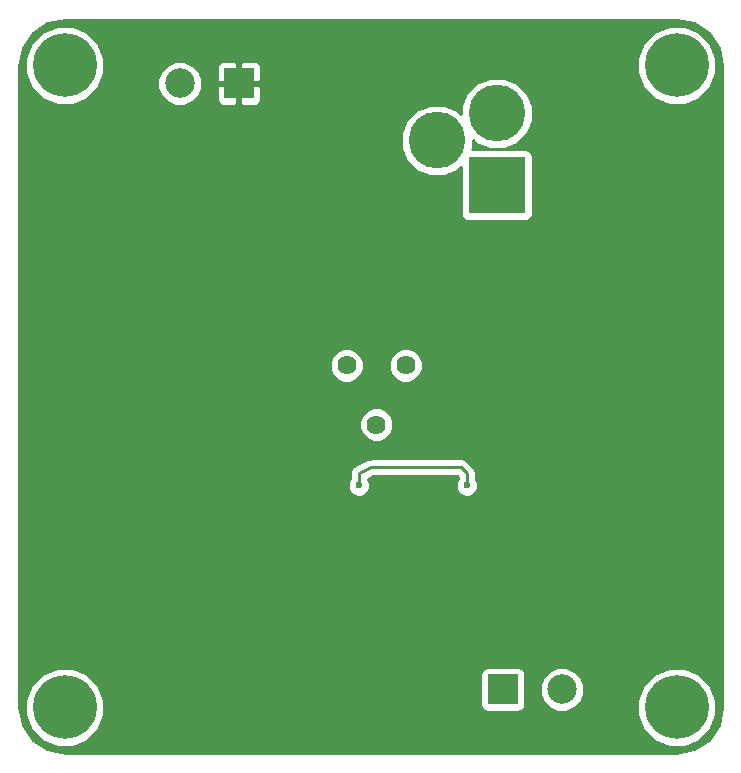
<source format=gbr>
G04 #@! TF.FileFunction,Copper,L2,Bot,Signal*
%FSLAX46Y46*%
G04 Gerber Fmt 4.6, Leading zero omitted, Abs format (unit mm)*
G04 Created by KiCad (PCBNEW 4.0.6) date 03/04/18 21:13:50*
%MOMM*%
%LPD*%
G01*
G04 APERTURE LIST*
%ADD10C,0.100000*%
%ADD11C,4.800000*%
%ADD12R,4.800000X4.800000*%
%ADD13C,5.400000*%
%ADD14R,2.500000X2.500000*%
%ADD15C,2.500000*%
%ADD16C,1.620000*%
%ADD17C,0.600000*%
%ADD18C,0.250000*%
%ADD19C,0.254000*%
G04 APERTURE END LIST*
D10*
D11*
X170688000Y-74672000D03*
D12*
X170688000Y-80772000D03*
D11*
X165608000Y-76962000D03*
D13*
X134112000Y-70612000D03*
X134112000Y-124968000D03*
X185928000Y-124968000D03*
D14*
X148844000Y-72136000D03*
D15*
X143844000Y-72136000D03*
D14*
X171196000Y-123444000D03*
D15*
X176196000Y-123444000D03*
D13*
X185928000Y-70612000D03*
D16*
X162988000Y-96012000D03*
X160488000Y-101012000D03*
X157988000Y-96012000D03*
D17*
X168148000Y-106172000D03*
X159004000Y-106172000D03*
D18*
X159004000Y-106172000D02*
X159004000Y-105156000D01*
X159004000Y-105156000D02*
X160020000Y-104648000D01*
X160020000Y-104648000D02*
X167640000Y-104648000D01*
X167640000Y-104648000D02*
X168148000Y-105156000D01*
X168148000Y-105156000D02*
X168148000Y-106172000D01*
D19*
G36*
X187400600Y-67056828D02*
X188649011Y-67890989D01*
X189483171Y-69139400D01*
X189790000Y-70681931D01*
X189790000Y-124898069D01*
X189483171Y-126440600D01*
X188649011Y-127689011D01*
X187400600Y-128523172D01*
X185858069Y-128830000D01*
X134181931Y-128830000D01*
X132639400Y-128523171D01*
X131390989Y-127689011D01*
X130556828Y-126440600D01*
X130395284Y-125628462D01*
X130776422Y-125628462D01*
X131283076Y-126854658D01*
X132220407Y-127793627D01*
X133445717Y-128302420D01*
X134772462Y-128303578D01*
X135998658Y-127796924D01*
X136937627Y-126859593D01*
X137446420Y-125634283D01*
X137446425Y-125628462D01*
X182592422Y-125628462D01*
X183099076Y-126854658D01*
X184036407Y-127793627D01*
X185261717Y-128302420D01*
X186588462Y-128303578D01*
X187814658Y-127796924D01*
X188753627Y-126859593D01*
X189262420Y-125634283D01*
X189263578Y-124307538D01*
X188756924Y-123081342D01*
X187819593Y-122142373D01*
X186594283Y-121633580D01*
X185267538Y-121632422D01*
X184041342Y-122139076D01*
X183102373Y-123076407D01*
X182593580Y-124301717D01*
X182592422Y-125628462D01*
X137446425Y-125628462D01*
X137447578Y-124307538D01*
X136940924Y-123081342D01*
X136055130Y-122194000D01*
X169298560Y-122194000D01*
X169298560Y-124694000D01*
X169342838Y-124929317D01*
X169481910Y-125145441D01*
X169694110Y-125290431D01*
X169946000Y-125341440D01*
X172446000Y-125341440D01*
X172681317Y-125297162D01*
X172897441Y-125158090D01*
X173042431Y-124945890D01*
X173093440Y-124694000D01*
X173093440Y-123817305D01*
X174310674Y-123817305D01*
X174597043Y-124510372D01*
X175126839Y-125041093D01*
X175819405Y-125328672D01*
X176569305Y-125329326D01*
X177262372Y-125042957D01*
X177793093Y-124513161D01*
X178080672Y-123820595D01*
X178081326Y-123070695D01*
X177794957Y-122377628D01*
X177265161Y-121846907D01*
X176572595Y-121559328D01*
X175822695Y-121558674D01*
X175129628Y-121845043D01*
X174598907Y-122374839D01*
X174311328Y-123067405D01*
X174310674Y-123817305D01*
X173093440Y-123817305D01*
X173093440Y-122194000D01*
X173049162Y-121958683D01*
X172910090Y-121742559D01*
X172697890Y-121597569D01*
X172446000Y-121546560D01*
X169946000Y-121546560D01*
X169710683Y-121590838D01*
X169494559Y-121729910D01*
X169349569Y-121942110D01*
X169298560Y-122194000D01*
X136055130Y-122194000D01*
X136003593Y-122142373D01*
X134778283Y-121633580D01*
X133451538Y-121632422D01*
X132225342Y-122139076D01*
X131286373Y-123076407D01*
X130777580Y-124301717D01*
X130776422Y-125628462D01*
X130395284Y-125628462D01*
X130250000Y-124898069D01*
X130250000Y-106357167D01*
X158068838Y-106357167D01*
X158210883Y-106700943D01*
X158473673Y-106964192D01*
X158817201Y-107106838D01*
X159189167Y-107107162D01*
X159532943Y-106965117D01*
X159796192Y-106702327D01*
X159938838Y-106358799D01*
X159939162Y-105986833D01*
X159797117Y-105643057D01*
X159774537Y-105620437D01*
X160199411Y-105408000D01*
X167325198Y-105408000D01*
X167388000Y-105470802D01*
X167388000Y-105609537D01*
X167355808Y-105641673D01*
X167213162Y-105985201D01*
X167212838Y-106357167D01*
X167354883Y-106700943D01*
X167617673Y-106964192D01*
X167961201Y-107106838D01*
X168333167Y-107107162D01*
X168676943Y-106965117D01*
X168940192Y-106702327D01*
X169082838Y-106358799D01*
X169083162Y-105986833D01*
X168941117Y-105643057D01*
X168908000Y-105609882D01*
X168908000Y-105156000D01*
X168850148Y-104865161D01*
X168685401Y-104618599D01*
X168177401Y-104110599D01*
X167930839Y-103945852D01*
X167640000Y-103888000D01*
X160020000Y-103888000D01*
X159993218Y-103893327D01*
X159966125Y-103889912D01*
X159848631Y-103922088D01*
X159729161Y-103945852D01*
X159706458Y-103961022D01*
X159680118Y-103968235D01*
X158664118Y-104476235D01*
X158567884Y-104550923D01*
X158466599Y-104618599D01*
X158451427Y-104641306D01*
X158429856Y-104658047D01*
X158369531Y-104763872D01*
X158301852Y-104865161D01*
X158296525Y-104891943D01*
X158283001Y-104915667D01*
X158267766Y-105036520D01*
X158244000Y-105156000D01*
X158244000Y-105609537D01*
X158211808Y-105641673D01*
X158069162Y-105985201D01*
X158068838Y-106357167D01*
X130250000Y-106357167D01*
X130250000Y-101298167D01*
X159042750Y-101298167D01*
X159262275Y-101829457D01*
X159668405Y-102236297D01*
X160199311Y-102456748D01*
X160774167Y-102457250D01*
X161305457Y-102237725D01*
X161712297Y-101831595D01*
X161932748Y-101300689D01*
X161933250Y-100725833D01*
X161713725Y-100194543D01*
X161307595Y-99787703D01*
X160776689Y-99567252D01*
X160201833Y-99566750D01*
X159670543Y-99786275D01*
X159263703Y-100192405D01*
X159043252Y-100723311D01*
X159042750Y-101298167D01*
X130250000Y-101298167D01*
X130250000Y-96298167D01*
X156542750Y-96298167D01*
X156762275Y-96829457D01*
X157168405Y-97236297D01*
X157699311Y-97456748D01*
X158274167Y-97457250D01*
X158805457Y-97237725D01*
X159212297Y-96831595D01*
X159432748Y-96300689D01*
X159432750Y-96298167D01*
X161542750Y-96298167D01*
X161762275Y-96829457D01*
X162168405Y-97236297D01*
X162699311Y-97456748D01*
X163274167Y-97457250D01*
X163805457Y-97237725D01*
X164212297Y-96831595D01*
X164432748Y-96300689D01*
X164433250Y-95725833D01*
X164213725Y-95194543D01*
X163807595Y-94787703D01*
X163276689Y-94567252D01*
X162701833Y-94566750D01*
X162170543Y-94786275D01*
X161763703Y-95192405D01*
X161543252Y-95723311D01*
X161542750Y-96298167D01*
X159432750Y-96298167D01*
X159433250Y-95725833D01*
X159213725Y-95194543D01*
X158807595Y-94787703D01*
X158276689Y-94567252D01*
X157701833Y-94566750D01*
X157170543Y-94786275D01*
X156763703Y-95192405D01*
X156543252Y-95723311D01*
X156542750Y-96298167D01*
X130250000Y-96298167D01*
X130250000Y-77563050D01*
X162572474Y-77563050D01*
X163033552Y-78678943D01*
X163886566Y-79533447D01*
X165001653Y-79996472D01*
X166209050Y-79997526D01*
X167324943Y-79536448D01*
X167640560Y-79221381D01*
X167640560Y-83172000D01*
X167684838Y-83407317D01*
X167823910Y-83623441D01*
X168036110Y-83768431D01*
X168288000Y-83819440D01*
X173088000Y-83819440D01*
X173323317Y-83775162D01*
X173539441Y-83636090D01*
X173684431Y-83423890D01*
X173735440Y-83172000D01*
X173735440Y-78372000D01*
X173691162Y-78136683D01*
X173552090Y-77920559D01*
X173339890Y-77775569D01*
X173088000Y-77724560D01*
X168577607Y-77724560D01*
X168642472Y-77568347D01*
X168643039Y-76919354D01*
X168966566Y-77243447D01*
X170081653Y-77706472D01*
X171289050Y-77707526D01*
X172404943Y-77246448D01*
X173259447Y-76393434D01*
X173722472Y-75278347D01*
X173723526Y-74070950D01*
X173262448Y-72955057D01*
X172409434Y-72100553D01*
X171294347Y-71637528D01*
X170086950Y-71636474D01*
X168971057Y-72097552D01*
X168116553Y-72950566D01*
X167653528Y-74065653D01*
X167652961Y-74714646D01*
X167329434Y-74390553D01*
X166214347Y-73927528D01*
X165006950Y-73926474D01*
X163891057Y-74387552D01*
X163036553Y-75240566D01*
X162573528Y-76355653D01*
X162572474Y-77563050D01*
X130250000Y-77563050D01*
X130250000Y-71272462D01*
X130776422Y-71272462D01*
X131283076Y-72498658D01*
X132220407Y-73437627D01*
X133445717Y-73946420D01*
X134772462Y-73947578D01*
X135998658Y-73440924D01*
X136931905Y-72509305D01*
X141958674Y-72509305D01*
X142245043Y-73202372D01*
X142774839Y-73733093D01*
X143467405Y-74020672D01*
X144217305Y-74021326D01*
X144910372Y-73734957D01*
X145441093Y-73205161D01*
X145728672Y-72512595D01*
X145728751Y-72421750D01*
X146959000Y-72421750D01*
X146959000Y-73512310D01*
X147055673Y-73745699D01*
X147234302Y-73924327D01*
X147467691Y-74021000D01*
X148558250Y-74021000D01*
X148717000Y-73862250D01*
X148717000Y-72263000D01*
X148971000Y-72263000D01*
X148971000Y-73862250D01*
X149129750Y-74021000D01*
X150220309Y-74021000D01*
X150453698Y-73924327D01*
X150632327Y-73745699D01*
X150729000Y-73512310D01*
X150729000Y-72421750D01*
X150570250Y-72263000D01*
X148971000Y-72263000D01*
X148717000Y-72263000D01*
X147117750Y-72263000D01*
X146959000Y-72421750D01*
X145728751Y-72421750D01*
X145729326Y-71762695D01*
X145442957Y-71069628D01*
X145133560Y-70759690D01*
X146959000Y-70759690D01*
X146959000Y-71850250D01*
X147117750Y-72009000D01*
X148717000Y-72009000D01*
X148717000Y-70409750D01*
X148971000Y-70409750D01*
X148971000Y-72009000D01*
X150570250Y-72009000D01*
X150729000Y-71850250D01*
X150729000Y-71272462D01*
X182592422Y-71272462D01*
X183099076Y-72498658D01*
X184036407Y-73437627D01*
X185261717Y-73946420D01*
X186588462Y-73947578D01*
X187814658Y-73440924D01*
X188753627Y-72503593D01*
X189262420Y-71278283D01*
X189263578Y-69951538D01*
X188756924Y-68725342D01*
X187819593Y-67786373D01*
X186594283Y-67277580D01*
X185267538Y-67276422D01*
X184041342Y-67783076D01*
X183102373Y-68720407D01*
X182593580Y-69945717D01*
X182592422Y-71272462D01*
X150729000Y-71272462D01*
X150729000Y-70759690D01*
X150632327Y-70526301D01*
X150453698Y-70347673D01*
X150220309Y-70251000D01*
X149129750Y-70251000D01*
X148971000Y-70409750D01*
X148717000Y-70409750D01*
X148558250Y-70251000D01*
X147467691Y-70251000D01*
X147234302Y-70347673D01*
X147055673Y-70526301D01*
X146959000Y-70759690D01*
X145133560Y-70759690D01*
X144913161Y-70538907D01*
X144220595Y-70251328D01*
X143470695Y-70250674D01*
X142777628Y-70537043D01*
X142246907Y-71066839D01*
X141959328Y-71759405D01*
X141958674Y-72509305D01*
X136931905Y-72509305D01*
X136937627Y-72503593D01*
X137446420Y-71278283D01*
X137447578Y-69951538D01*
X136940924Y-68725342D01*
X136003593Y-67786373D01*
X134778283Y-67277580D01*
X133451538Y-67276422D01*
X132225342Y-67783076D01*
X131286373Y-68720407D01*
X130777580Y-69945717D01*
X130776422Y-71272462D01*
X130250000Y-71272462D01*
X130250000Y-70681931D01*
X130556828Y-69139400D01*
X131390989Y-67890989D01*
X132639400Y-67056829D01*
X134181931Y-66750000D01*
X185858069Y-66750000D01*
X187400600Y-67056828D01*
X187400600Y-67056828D01*
G37*
X187400600Y-67056828D02*
X188649011Y-67890989D01*
X189483171Y-69139400D01*
X189790000Y-70681931D01*
X189790000Y-124898069D01*
X189483171Y-126440600D01*
X188649011Y-127689011D01*
X187400600Y-128523172D01*
X185858069Y-128830000D01*
X134181931Y-128830000D01*
X132639400Y-128523171D01*
X131390989Y-127689011D01*
X130556828Y-126440600D01*
X130395284Y-125628462D01*
X130776422Y-125628462D01*
X131283076Y-126854658D01*
X132220407Y-127793627D01*
X133445717Y-128302420D01*
X134772462Y-128303578D01*
X135998658Y-127796924D01*
X136937627Y-126859593D01*
X137446420Y-125634283D01*
X137446425Y-125628462D01*
X182592422Y-125628462D01*
X183099076Y-126854658D01*
X184036407Y-127793627D01*
X185261717Y-128302420D01*
X186588462Y-128303578D01*
X187814658Y-127796924D01*
X188753627Y-126859593D01*
X189262420Y-125634283D01*
X189263578Y-124307538D01*
X188756924Y-123081342D01*
X187819593Y-122142373D01*
X186594283Y-121633580D01*
X185267538Y-121632422D01*
X184041342Y-122139076D01*
X183102373Y-123076407D01*
X182593580Y-124301717D01*
X182592422Y-125628462D01*
X137446425Y-125628462D01*
X137447578Y-124307538D01*
X136940924Y-123081342D01*
X136055130Y-122194000D01*
X169298560Y-122194000D01*
X169298560Y-124694000D01*
X169342838Y-124929317D01*
X169481910Y-125145441D01*
X169694110Y-125290431D01*
X169946000Y-125341440D01*
X172446000Y-125341440D01*
X172681317Y-125297162D01*
X172897441Y-125158090D01*
X173042431Y-124945890D01*
X173093440Y-124694000D01*
X173093440Y-123817305D01*
X174310674Y-123817305D01*
X174597043Y-124510372D01*
X175126839Y-125041093D01*
X175819405Y-125328672D01*
X176569305Y-125329326D01*
X177262372Y-125042957D01*
X177793093Y-124513161D01*
X178080672Y-123820595D01*
X178081326Y-123070695D01*
X177794957Y-122377628D01*
X177265161Y-121846907D01*
X176572595Y-121559328D01*
X175822695Y-121558674D01*
X175129628Y-121845043D01*
X174598907Y-122374839D01*
X174311328Y-123067405D01*
X174310674Y-123817305D01*
X173093440Y-123817305D01*
X173093440Y-122194000D01*
X173049162Y-121958683D01*
X172910090Y-121742559D01*
X172697890Y-121597569D01*
X172446000Y-121546560D01*
X169946000Y-121546560D01*
X169710683Y-121590838D01*
X169494559Y-121729910D01*
X169349569Y-121942110D01*
X169298560Y-122194000D01*
X136055130Y-122194000D01*
X136003593Y-122142373D01*
X134778283Y-121633580D01*
X133451538Y-121632422D01*
X132225342Y-122139076D01*
X131286373Y-123076407D01*
X130777580Y-124301717D01*
X130776422Y-125628462D01*
X130395284Y-125628462D01*
X130250000Y-124898069D01*
X130250000Y-106357167D01*
X158068838Y-106357167D01*
X158210883Y-106700943D01*
X158473673Y-106964192D01*
X158817201Y-107106838D01*
X159189167Y-107107162D01*
X159532943Y-106965117D01*
X159796192Y-106702327D01*
X159938838Y-106358799D01*
X159939162Y-105986833D01*
X159797117Y-105643057D01*
X159774537Y-105620437D01*
X160199411Y-105408000D01*
X167325198Y-105408000D01*
X167388000Y-105470802D01*
X167388000Y-105609537D01*
X167355808Y-105641673D01*
X167213162Y-105985201D01*
X167212838Y-106357167D01*
X167354883Y-106700943D01*
X167617673Y-106964192D01*
X167961201Y-107106838D01*
X168333167Y-107107162D01*
X168676943Y-106965117D01*
X168940192Y-106702327D01*
X169082838Y-106358799D01*
X169083162Y-105986833D01*
X168941117Y-105643057D01*
X168908000Y-105609882D01*
X168908000Y-105156000D01*
X168850148Y-104865161D01*
X168685401Y-104618599D01*
X168177401Y-104110599D01*
X167930839Y-103945852D01*
X167640000Y-103888000D01*
X160020000Y-103888000D01*
X159993218Y-103893327D01*
X159966125Y-103889912D01*
X159848631Y-103922088D01*
X159729161Y-103945852D01*
X159706458Y-103961022D01*
X159680118Y-103968235D01*
X158664118Y-104476235D01*
X158567884Y-104550923D01*
X158466599Y-104618599D01*
X158451427Y-104641306D01*
X158429856Y-104658047D01*
X158369531Y-104763872D01*
X158301852Y-104865161D01*
X158296525Y-104891943D01*
X158283001Y-104915667D01*
X158267766Y-105036520D01*
X158244000Y-105156000D01*
X158244000Y-105609537D01*
X158211808Y-105641673D01*
X158069162Y-105985201D01*
X158068838Y-106357167D01*
X130250000Y-106357167D01*
X130250000Y-101298167D01*
X159042750Y-101298167D01*
X159262275Y-101829457D01*
X159668405Y-102236297D01*
X160199311Y-102456748D01*
X160774167Y-102457250D01*
X161305457Y-102237725D01*
X161712297Y-101831595D01*
X161932748Y-101300689D01*
X161933250Y-100725833D01*
X161713725Y-100194543D01*
X161307595Y-99787703D01*
X160776689Y-99567252D01*
X160201833Y-99566750D01*
X159670543Y-99786275D01*
X159263703Y-100192405D01*
X159043252Y-100723311D01*
X159042750Y-101298167D01*
X130250000Y-101298167D01*
X130250000Y-96298167D01*
X156542750Y-96298167D01*
X156762275Y-96829457D01*
X157168405Y-97236297D01*
X157699311Y-97456748D01*
X158274167Y-97457250D01*
X158805457Y-97237725D01*
X159212297Y-96831595D01*
X159432748Y-96300689D01*
X159432750Y-96298167D01*
X161542750Y-96298167D01*
X161762275Y-96829457D01*
X162168405Y-97236297D01*
X162699311Y-97456748D01*
X163274167Y-97457250D01*
X163805457Y-97237725D01*
X164212297Y-96831595D01*
X164432748Y-96300689D01*
X164433250Y-95725833D01*
X164213725Y-95194543D01*
X163807595Y-94787703D01*
X163276689Y-94567252D01*
X162701833Y-94566750D01*
X162170543Y-94786275D01*
X161763703Y-95192405D01*
X161543252Y-95723311D01*
X161542750Y-96298167D01*
X159432750Y-96298167D01*
X159433250Y-95725833D01*
X159213725Y-95194543D01*
X158807595Y-94787703D01*
X158276689Y-94567252D01*
X157701833Y-94566750D01*
X157170543Y-94786275D01*
X156763703Y-95192405D01*
X156543252Y-95723311D01*
X156542750Y-96298167D01*
X130250000Y-96298167D01*
X130250000Y-77563050D01*
X162572474Y-77563050D01*
X163033552Y-78678943D01*
X163886566Y-79533447D01*
X165001653Y-79996472D01*
X166209050Y-79997526D01*
X167324943Y-79536448D01*
X167640560Y-79221381D01*
X167640560Y-83172000D01*
X167684838Y-83407317D01*
X167823910Y-83623441D01*
X168036110Y-83768431D01*
X168288000Y-83819440D01*
X173088000Y-83819440D01*
X173323317Y-83775162D01*
X173539441Y-83636090D01*
X173684431Y-83423890D01*
X173735440Y-83172000D01*
X173735440Y-78372000D01*
X173691162Y-78136683D01*
X173552090Y-77920559D01*
X173339890Y-77775569D01*
X173088000Y-77724560D01*
X168577607Y-77724560D01*
X168642472Y-77568347D01*
X168643039Y-76919354D01*
X168966566Y-77243447D01*
X170081653Y-77706472D01*
X171289050Y-77707526D01*
X172404943Y-77246448D01*
X173259447Y-76393434D01*
X173722472Y-75278347D01*
X173723526Y-74070950D01*
X173262448Y-72955057D01*
X172409434Y-72100553D01*
X171294347Y-71637528D01*
X170086950Y-71636474D01*
X168971057Y-72097552D01*
X168116553Y-72950566D01*
X167653528Y-74065653D01*
X167652961Y-74714646D01*
X167329434Y-74390553D01*
X166214347Y-73927528D01*
X165006950Y-73926474D01*
X163891057Y-74387552D01*
X163036553Y-75240566D01*
X162573528Y-76355653D01*
X162572474Y-77563050D01*
X130250000Y-77563050D01*
X130250000Y-71272462D01*
X130776422Y-71272462D01*
X131283076Y-72498658D01*
X132220407Y-73437627D01*
X133445717Y-73946420D01*
X134772462Y-73947578D01*
X135998658Y-73440924D01*
X136931905Y-72509305D01*
X141958674Y-72509305D01*
X142245043Y-73202372D01*
X142774839Y-73733093D01*
X143467405Y-74020672D01*
X144217305Y-74021326D01*
X144910372Y-73734957D01*
X145441093Y-73205161D01*
X145728672Y-72512595D01*
X145728751Y-72421750D01*
X146959000Y-72421750D01*
X146959000Y-73512310D01*
X147055673Y-73745699D01*
X147234302Y-73924327D01*
X147467691Y-74021000D01*
X148558250Y-74021000D01*
X148717000Y-73862250D01*
X148717000Y-72263000D01*
X148971000Y-72263000D01*
X148971000Y-73862250D01*
X149129750Y-74021000D01*
X150220309Y-74021000D01*
X150453698Y-73924327D01*
X150632327Y-73745699D01*
X150729000Y-73512310D01*
X150729000Y-72421750D01*
X150570250Y-72263000D01*
X148971000Y-72263000D01*
X148717000Y-72263000D01*
X147117750Y-72263000D01*
X146959000Y-72421750D01*
X145728751Y-72421750D01*
X145729326Y-71762695D01*
X145442957Y-71069628D01*
X145133560Y-70759690D01*
X146959000Y-70759690D01*
X146959000Y-71850250D01*
X147117750Y-72009000D01*
X148717000Y-72009000D01*
X148717000Y-70409750D01*
X148971000Y-70409750D01*
X148971000Y-72009000D01*
X150570250Y-72009000D01*
X150729000Y-71850250D01*
X150729000Y-71272462D01*
X182592422Y-71272462D01*
X183099076Y-72498658D01*
X184036407Y-73437627D01*
X185261717Y-73946420D01*
X186588462Y-73947578D01*
X187814658Y-73440924D01*
X188753627Y-72503593D01*
X189262420Y-71278283D01*
X189263578Y-69951538D01*
X188756924Y-68725342D01*
X187819593Y-67786373D01*
X186594283Y-67277580D01*
X185267538Y-67276422D01*
X184041342Y-67783076D01*
X183102373Y-68720407D01*
X182593580Y-69945717D01*
X182592422Y-71272462D01*
X150729000Y-71272462D01*
X150729000Y-70759690D01*
X150632327Y-70526301D01*
X150453698Y-70347673D01*
X150220309Y-70251000D01*
X149129750Y-70251000D01*
X148971000Y-70409750D01*
X148717000Y-70409750D01*
X148558250Y-70251000D01*
X147467691Y-70251000D01*
X147234302Y-70347673D01*
X147055673Y-70526301D01*
X146959000Y-70759690D01*
X145133560Y-70759690D01*
X144913161Y-70538907D01*
X144220595Y-70251328D01*
X143470695Y-70250674D01*
X142777628Y-70537043D01*
X142246907Y-71066839D01*
X141959328Y-71759405D01*
X141958674Y-72509305D01*
X136931905Y-72509305D01*
X136937627Y-72503593D01*
X137446420Y-71278283D01*
X137447578Y-69951538D01*
X136940924Y-68725342D01*
X136003593Y-67786373D01*
X134778283Y-67277580D01*
X133451538Y-67276422D01*
X132225342Y-67783076D01*
X131286373Y-68720407D01*
X130777580Y-69945717D01*
X130776422Y-71272462D01*
X130250000Y-71272462D01*
X130250000Y-70681931D01*
X130556828Y-69139400D01*
X131390989Y-67890989D01*
X132639400Y-67056829D01*
X134181931Y-66750000D01*
X185858069Y-66750000D01*
X187400600Y-67056828D01*
M02*

</source>
